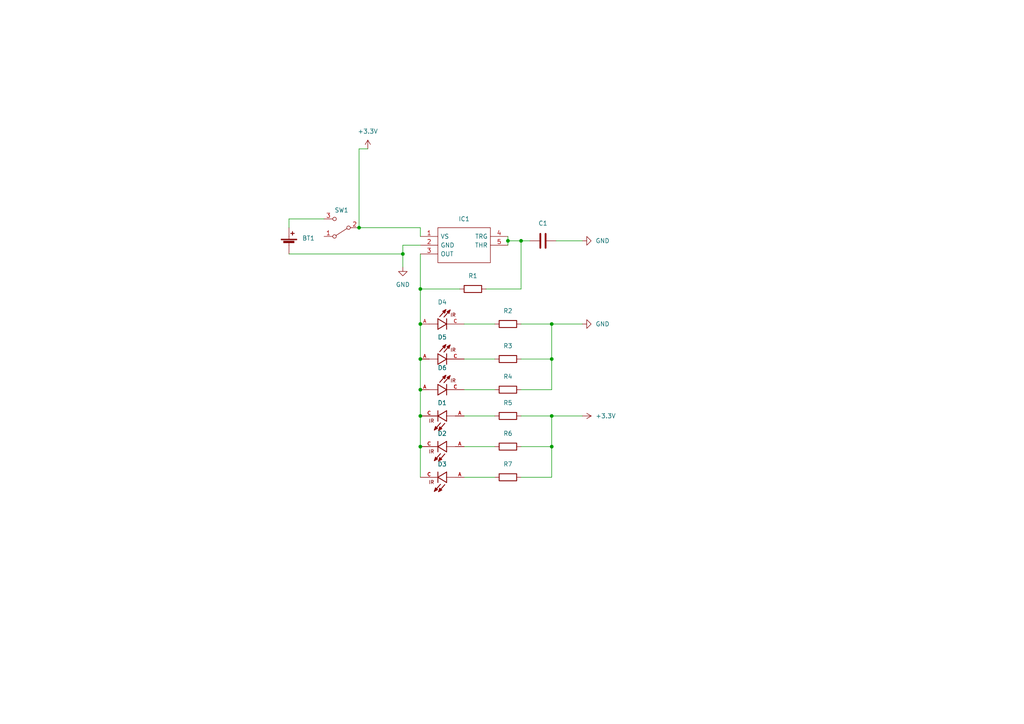
<source format=kicad_sch>
(kicad_sch (version 20211123) (generator eeschema)
  (paper "A4")
  (lib_symbols
    (symbol "Device:Battery_Cell" (pin_numbers hide) (pin_names (offset 0) hide)
      (property "Reference" "BT" (at 2.54 2.54 0))
      (property "Value" "Battery_Cell" (at 2.54 0 0))
      (symbol "Battery_Cell_0_1"
        (rectangle (start -2.286 1.778) (end 2.286 1.524) (fill (type outline)))
        (rectangle (start -1.5748 1.1938) (end 1.4732 0.6858) (fill (type outline)))
        (polyline (pts (xy 0 0.762) (xy 0 0)))
        (polyline (pts (xy 0 1.778) (xy 0 2.54)))
        (polyline (pts (xy 0.508 3.429) (xy 1.524 3.429)) (stroke (width 0.254)))
        (polyline (pts (xy 1.016 3.937) (xy 1.016 2.921)) (stroke (width 0.254)))
      )
      (symbol "Battery_Cell_1_1"
        (pin passive line (at 0 5.08 270) (length 2.54) (name "+") (number "1"))
        (pin passive line (at 0 -2.54 90) (length 2.54) (name "-") (number "2"))
      )
    )
    (symbol "Device:C" (pin_numbers hide) (pin_names (offset 0.254))
      (property "Reference" "C" (at 0.635 2.54 0))
      (property "Value" "C" (at 0.635 -2.54 0))
      (symbol "C_0_1"
        (polyline (pts (xy -2.032 -0.762) (xy 2.032 -0.762)) (stroke (width 0.508)))
        (polyline (pts (xy -2.032 0.762) (xy 2.032 0.762)) (stroke (width 0.508)))
      )
      (symbol "C_1_1"
        (pin passive line (at 0 3.81 270) (length 2.794) (name "~") (number "1"))
        (pin passive line (at 0 -3.81 90) (length 2.794) (name "~") (number "2"))
      )
    )
    (symbol "Device:R" (pin_numbers hide) (pin_names (offset 0))
      (property "Reference" "R" (at 2.032 0 90))
      (property "Value" "R" (at 0 0 90))
      (symbol "R_0_1"
        (rectangle (start -1.016 -2.54) (end 1.016 2.54) (stroke (width 0.254)))
      )
      (symbol "R_1_1"
        (pin passive line (at 0 3.81 270) (length 1.27) (name "~") (number "1"))
        (pin passive line (at 0 -3.81 90) (length 1.27) (name "~") (number "2"))
      )
    )
    (symbol "MIC1555YM5-TR:MIC1555YM5-TR" (pin_names (offset 0.762))
      (property "Reference" "IC" (at 21.59 7.62 0))
      (property "Value" "MIC1555YM5-TR" (at 21.59 5.08 0))
      (symbol "MIC1555YM5-TR_0_0"
        (pin passive line (at 0 0 0) (length 5.08) (name "VS") (number "1"))
        (pin passive line (at 0 -2.54 0) (length 5.08) (name "GND") (number "2"))
        (pin passive line (at 0 -5.08 0) (length 5.08) (name "OUT") (number "3"))
        (pin passive line (at 25.4 0 180) (length 5.08) (name "TRG") (number "4"))
        (pin passive line (at 25.4 -2.54 180) (length 5.08) (name "THR") (number "5"))
      )
      (symbol "MIC1555YM5-TR_0_1"
        (polyline (pts (xy 5.08 2.54) (xy 20.32 2.54) (xy 20.32 -7.62) (xy 5.08 -7.62) (xy 5.08 2.54)) (stroke (width 0.1524)))
      )
    )
    (symbol "Switch:SW_SPDT" (pin_names (offset 0) hide)
      (property "Reference" "SW" (at 0 4.318 0))
      (property "Value" "SW_SPDT" (at 0 -5.08 0))
      (symbol "SW_SPDT_0_0"
        (circle (center -2.032 0) (radius 0.508))
        (circle (center 2.032 -2.54) (radius 0.508))
      )
      (symbol "SW_SPDT_0_1"
        (polyline (pts (xy -1.524 0.254) (xy 1.651 2.286)))
        (circle (center 2.032 2.54) (radius 0.508))
      )
      (symbol "SW_SPDT_1_1"
        (pin passive line (at 5.08 2.54 180) (length 2.54) (name "A") (number "1"))
        (pin passive line (at -5.08 0 0) (length 2.54) (name "B") (number "2"))
        (pin passive line (at 5.08 -2.54 180) (length 2.54) (name "C") (number "3"))
      )
    )
    (symbol "VSMB294008RG:VSMB294008RG" (pin_names (offset 1.016))
      (property "Reference" "D" (at -3.556 4.826 0))
      (property "Value" "VSMB294008RG" (at -3.556 -3.302 0))
      (symbol "VSMB294008RG_0_0"
        (polyline (pts (xy -2.54 -1.524) (xy 0 0)) (stroke (width 0.254)))
        (polyline (pts (xy -2.54 0) (xy -5.08 0)) (stroke (width 0.1524)))
        (polyline (pts (xy -2.54 0) (xy -2.54 -1.524)) (stroke (width 0.254)))
        (polyline (pts (xy -2.54 1.524) (xy -2.54 0)) (stroke (width 0.254)))
        (polyline (pts (xy -1.1176 3.683) (xy -0.2286 4.1656)) (stroke (width 0.254)))
        (polyline (pts (xy -0.9398 3.6068) (xy -0.7112 3.7592)) (stroke (width 0.254)))
        (polyline (pts (xy -0.5588 3.2004) (xy -1.1176 3.683)) (stroke (width 0.254)))
        (polyline (pts (xy -0.5588 3.2004) (xy -0.5334 3.937)) (stroke (width 0.254)))
        (polyline (pts (xy -0.5334 3.937) (xy -0.6604 3.937)) (stroke (width 0.254)))
        (polyline (pts (xy -0.2286 4.1656) (xy -2.0066 2.1336)) (stroke (width 0.254)))
        (polyline (pts (xy -0.2286 4.1656) (xy -0.5588 3.2004)) (stroke (width 0.254)))
        (polyline (pts (xy 0 0) (xy -2.54 1.524)) (stroke (width 0.254)))
        (polyline (pts (xy 0 1.524) (xy 0 -1.524)) (stroke (width 0.254)))
        (polyline (pts (xy 0.127 3.5814) (xy 1.016 4.064)) (stroke (width 0.254)))
        (polyline (pts (xy 0.3048 3.5052) (xy 0.5334 3.6576)) (stroke (width 0.254)))
        (polyline (pts (xy 0.6858 3.0988) (xy 0.127 3.5814)) (stroke (width 0.254)))
        (polyline (pts (xy 0.6858 3.0988) (xy 0.7112 3.8354)) (stroke (width 0.254)))
        (polyline (pts (xy 0.7112 3.8354) (xy 0.5842 3.8354)) (stroke (width 0.254)))
        (polyline (pts (xy 1.016 4.064) (xy -0.762 2.032)) (stroke (width 0.254)))
        (polyline (pts (xy 1.016 4.064) (xy 0.6858 3.0988)) (stroke (width 0.254)))
        (text "IR" (at 1.016 2.032 0) (effects (font (size 1.016 1.016)) (justify left bottom)))
        (pin passive line (at -7.62 0 0) (length 2.54) (name "~") (number "A"))
        (pin passive line (at 5.08 0 180) (length 5.08) (name "~") (number "C"))
      )
    )
    (symbol "power:+3.3V" (power) (pin_names (offset 0))
      (property "Value" "+3.3V" (at 0 3.556 0))
      (symbol "+3.3V_0_1"
        (polyline (pts (xy -0.762 1.27) (xy 0 2.54)))
        (polyline (pts (xy 0 0) (xy 0 2.54)))
        (polyline (pts (xy 0 2.54) (xy 0.762 1.27)))
      )
      (symbol "+3.3V_1_1"
        (pin power_in line (at 0 0 90) (length 0) hide (name "+3.3V") (number "1"))
      )
    )
    (symbol "power:GND" (power) (pin_names (offset 0))
      (property "Value" "GND" (at 0 -3.81 0))
      (symbol "GND_0_1"
        (polyline (pts (xy 0 0) (xy 0 -1.27) (xy 1.27 -1.27) (xy 0 -2.54) (xy -1.27 -1.27) (xy 0 -1.27)))
      )
      (symbol "GND_1_1"
        (pin power_in line (at 0 0 270) (length 0) hide (name "GND") (number "1"))
      )
    )
  )
  (junction (at 121.92 120.65))
  (junction (at 121.92 83.82))
  (junction (at 121.92 129.54))
  (junction (at 116.84 73.66))
  (junction (at 121.92 104.14))
  (junction (at 160.02 129.54))
  (junction (at 121.92 93.98))
  (junction (at 151.13 69.85))
  (junction (at 121.92 113.03))
  (junction (at 160.02 120.65))
  (junction (at 160.02 93.98))
  (junction (at 104.14 66.04))
  (junction (at 160.02 104.14))
  (junction (at 147.32 69.85))
  (wire (pts (xy 160.02 104.14) (xy 160.02 93.98)))
  (wire (pts (xy 160.02 129.54) (xy 160.02 120.65)))
  (wire (pts (xy 104.14 66.04) (xy 121.92 66.04)))
  (wire (pts (xy 151.13 69.85) (xy 153.67 69.85)))
  (wire (pts (xy 121.92 71.12) (xy 116.84 71.12)))
  (wire (pts (xy 151.13 104.14) (xy 160.02 104.14)))
  (wire (pts (xy 104.14 66.04) (xy 104.14 43.18)))
  (wire (pts (xy 121.92 66.04) (xy 121.92 68.58)))
  (wire (pts (xy 121.92 120.65) (xy 121.92 129.54)))
  (wire (pts (xy 160.02 120.65) (xy 168.91 120.65)))
  (wire (pts (xy 161.29 69.85) (xy 168.91 69.85)))
  (wire (pts (xy 116.84 71.12) (xy 116.84 73.66)))
  (wire (pts (xy 151.13 138.43) (xy 160.02 138.43)))
  (wire (pts (xy 134.62 129.54) (xy 143.51 129.54)))
  (wire (pts (xy 151.13 120.65) (xy 160.02 120.65)))
  (wire (pts (xy 134.62 104.14) (xy 143.51 104.14)))
  (wire (pts (xy 121.92 129.54) (xy 121.92 138.43)))
  (wire (pts (xy 151.13 129.54) (xy 160.02 129.54)))
  (wire (pts (xy 147.32 68.58) (xy 147.32 69.85)))
  (wire (pts (xy 121.92 73.66) (xy 121.92 83.82)))
  (wire (pts (xy 151.13 93.98) (xy 160.02 93.98)))
  (wire (pts (xy 134.62 138.43) (xy 143.51 138.43)))
  (wire (pts (xy 147.32 69.85) (xy 147.32 71.12)))
  (wire (pts (xy 121.92 113.03) (xy 121.92 120.65)))
  (wire (pts (xy 160.02 93.98) (xy 168.91 93.98)))
  (wire (pts (xy 104.14 43.18) (xy 106.68 43.18)))
  (wire (pts (xy 151.13 83.82) (xy 140.97 83.82)))
  (wire (pts (xy 116.84 73.66) (xy 116.84 77.47)))
  (wire (pts (xy 83.82 63.5) (xy 83.82 66.04)))
  (wire (pts (xy 160.02 138.43) (xy 160.02 129.54)))
  (wire (pts (xy 121.92 83.82) (xy 133.35 83.82)))
  (wire (pts (xy 121.92 93.98) (xy 121.92 104.14)))
  (wire (pts (xy 121.92 83.82) (xy 121.92 93.98)))
  (wire (pts (xy 134.62 120.65) (xy 143.51 120.65)))
  (wire (pts (xy 83.82 73.66) (xy 116.84 73.66)))
  (wire (pts (xy 151.13 113.03) (xy 160.02 113.03)))
  (wire (pts (xy 160.02 113.03) (xy 160.02 104.14)))
  (wire (pts (xy 151.13 69.85) (xy 151.13 83.82)))
  (wire (pts (xy 134.62 93.98) (xy 143.51 93.98)))
  (wire (pts (xy 93.98 63.5) (xy 83.82 63.5)))
  (wire (pts (xy 134.62 113.03) (xy 143.51 113.03)))
  (wire (pts (xy 121.92 104.14) (xy 121.92 113.03)))
  (wire (pts (xy 147.32 69.85) (xy 151.13 69.85)))
  (symbol (lib_id "Device:R") (at 147.32 93.98 90) (unit 1)
    (property "Reference" "R2" (at 147.32 90.17 90))
    (property "Value" "R" (effects hide))
    (property "Footprint" "Resistor_SMD:R_0603_1608Metric" (effects hide))
  )
  (symbol (lib_id "Switch:SW_SPDT") (at 99.06 66.04 180) (unit 1)
    (property "Reference" "SW1" (at 99.06 60.96 0))
    (property "Value" "SW_SPDT" (effects hide))
    (property "Footprint" "Button_Switch_SMD:SW_SPDT_PCM12" (effects hide))
  )
  (symbol (lib_id "VSMB294008RG:VSMB294008RG") (at 129.54 104.14 0) (unit 1)
    (property "Reference" "D5" (at 128.2833 97.79 0))
    (property "Value" "VSMB294008RG" (effects hide))
    (property "Footprint" "VSMB294008RG (1):DIO_VSMB294008RG" (effects hide))
    (property "MAXIMUM_PACKAGE_HEIGHT" "1.6mm" (effects hide))
    (property "MANUFACTURER" "Vishay" (effects hide))
    (property "PARTREV" "1.1" (effects hide))
    (property "STANDARD" "Manufacturer Recommendation" (effects hide))
  )
  (symbol (lib_id "VSMB294008RG:VSMB294008RG") (at 127 120.65 180) (unit 1)
    (property "Reference" "D1" (at 128.2567 116.84 0))
    (property "Value" "VSMB294008RG" (effects hide))
    (property "Footprint" "VSMB294008RG (1):DIO_VSMB294008RG" (effects hide))
    (property "MAXIMUM_PACKAGE_HEIGHT" "1.6mm" (effects hide))
    (property "MANUFACTURER" "Vishay" (effects hide))
    (property "PARTREV" "1.1" (effects hide))
    (property "STANDARD" "Manufacturer Recommendation" (effects hide))
  )
  (symbol (lib_id "power:+3.3V") (at 168.91 120.65 270) (unit 1)
    (property "Reference" "#PWR0105" (effects hide))
    (property "Value" "+3.3V" (at 172.72 120.6499 90) (effects (justify left)))
  )
  (symbol (lib_id "Device:R") (at 147.32 104.14 90) (unit 1)
    (property "Reference" "R3" (at 147.32 100.33 90))
    (property "Value" "R" (effects hide))
    (property "Footprint" "Resistor_SMD:R_0603_1608Metric" (effects hide))
  )
  (symbol (lib_id "Device:R") (at 147.32 113.03 90) (unit 1)
    (property "Reference" "R4" (at 147.32 109.22 90))
    (property "Value" "R" (effects hide))
    (property "Footprint" "Resistor_SMD:R_0603_1608Metric" (effects hide))
  )
  (symbol (lib_id "power:GND") (at 168.91 93.98 90) (unit 1)
    (property "Reference" "#PWR0104" (effects hide))
    (property "Value" "GND" (at 172.72 93.9799 90) (effects (justify right)))
  )
  (symbol (lib_id "Device:R") (at 147.32 129.54 90) (unit 1)
    (property "Reference" "R6" (at 147.32 125.73 90))
    (property "Value" "R" (effects hide))
    (property "Footprint" "Resistor_SMD:R_0603_1608Metric" (effects hide))
  )
  (symbol (lib_id "Device:Battery_Cell") (at 83.82 71.12 0) (unit 1)
    (property "Reference" "BT1" (at 87.63 69.0879 0) (effects (justify left)))
    (property "Value" "Battery_Cell" (effects hide))
    (property "Footprint" "Battery:BatteryHolder_Keystone_3034_1x20mm" (effects hide))
  )
  (symbol (lib_id "power:GND") (at 168.91 69.85 90) (unit 1)
    (property "Reference" "#PWR0102" (effects hide))
    (property "Value" "GND" (at 172.72 69.8499 90) (effects (justify right)))
  )
  (symbol (lib_id "MIC1555YM5-TR:MIC1555YM5-TR") (at 121.92 68.58 0) (unit 1)
    (property "Reference" "IC1" (at 134.62 63.5 0))
    (property "Value" "MIC1555YM5-TR" (effects hide))
    (property "Footprint" "MIC1555YM5-TR:SOT95P280X145-5N" (effects hide))
    (property "Datasheet" "http://ww1.microchip.com/downloads/en/DeviceDoc/20005730A.pdf" (effects hide))
    (property "Description" "Standard Timer Single, Oscillator 5MHz" (effects hide))
    (property "Height" "1.45" (effects hide))
    (property "Mouser Part Number" "998-MIC1555YM5TR" (effects hide))
    (property "Mouser Price/Stock" "https://www.mouser.co.uk/ProductDetail/Microchip-Technology-Atmel/MIC1555YM5-TR?qs=Y3Q3JoKAO1QTQn1YTyJaSg%3D%3D" (effects hide))
    (property "Manufacturer_Name" "Microchip" (effects hide))
    (property "Manufacturer_Part_Number" "MIC1555YM5-TR" (effects hide))
  )
  (symbol (lib_id "VSMB294008RG:VSMB294008RG") (at 127 138.43 180) (unit 1)
    (property "Reference" "D3" (at 128.2567 134.62 0))
    (property "Value" "VSMB294008RG" (effects hide))
    (property "Footprint" "VSMB294008RG (1):DIO_VSMB294008RG" (effects hide))
    (property "MAXIMUM_PACKAGE_HEIGHT" "1.6mm" (effects hide))
    (property "MANUFACTURER" "Vishay" (effects hide))
    (property "PARTREV" "1.1" (effects hide))
    (property "STANDARD" "Manufacturer Recommendation" (effects hide))
  )
  (symbol (lib_id "power:+3.3V") (at 106.68 43.18 0) (unit 1)
    (property "Reference" "#PWR0103" (effects hide))
    (property "Value" "+3.3V" (at 106.68 38.1 0))
  )
  (symbol (lib_id "power:GND") (at 116.84 77.47 0) (unit 1)
    (property "Reference" "#PWR0101" (effects hide))
    (property "Value" "GND" (at 116.84 82.55 0))
  )
  (symbol (lib_id "Device:R") (at 137.16 83.82 90) (unit 1)
    (property "Reference" "R1" (at 137.16 80.01 90))
    (property "Value" "R" (effects hide))
    (property "Footprint" "Resistor_SMD:R_0603_1608Metric" (effects hide))
  )
  (symbol (lib_id "VSMB294008RG:VSMB294008RG") (at 129.54 113.03 0) (unit 1)
    (property "Reference" "D6" (at 128.2833 106.68 0))
    (property "Value" "VSMB294008RG" (effects hide))
    (property "Footprint" "VSMB294008RG (1):DIO_VSMB294008RG" (effects hide))
    (property "MAXIMUM_PACKAGE_HEIGHT" "1.6mm" (effects hide))
    (property "MANUFACTURER" "Vishay" (effects hide))
    (property "PARTREV" "1.1" (effects hide))
    (property "STANDARD" "Manufacturer Recommendation" (effects hide))
  )
  (symbol (lib_id "VSMB294008RG:VSMB294008RG") (at 129.54 93.98 0) (unit 1)
    (property "Reference" "D4" (at 128.2833 87.63 0))
    (property "Value" "VSMB294008RG" (effects hide))
    (property "Footprint" "VSMB294008RG (1):DIO_VSMB294008RG" (effects hide))
    (property "MAXIMUM_PACKAGE_HEIGHT" "1.6mm" (effects hide))
    (property "MANUFACTURER" "Vishay" (effects hide))
    (property "PARTREV" "1.1" (effects hide))
    (property "STANDARD" "Manufacturer Recommendation" (effects hide))
  )
  (symbol (lib_id "Device:R") (at 147.32 138.43 90) (unit 1)
    (property "Reference" "R7" (at 147.32 134.62 90))
    (property "Value" "R" (effects hide))
    (property "Footprint" "Resistor_SMD:R_0603_1608Metric" (effects hide))
  )
  (symbol (lib_id "VSMB294008RG:VSMB294008RG") (at 127 129.54 180) (unit 1)
    (property "Reference" "D2" (at 128.2567 125.73 0))
    (property "Value" "VSMB294008RG" (effects hide))
    (property "Footprint" "VSMB294008RG (1):DIO_VSMB294008RG" (effects hide))
    (property "MAXIMUM_PACKAGE_HEIGHT" "1.6mm" (effects hide))
    (property "MANUFACTURER" "Vishay" (effects hide))
    (property "PARTREV" "1.1" (effects hide))
    (property "STANDARD" "Manufacturer Recommendation" (effects hide))
  )
  (symbol (lib_id "Device:C") (at 157.48 69.85 90) (unit 1)
    (property "Reference" "C1" (at 157.48 64.77 90))
    (property "Value" "C" (effects hide))
    (property "Footprint" "Capacitor_SMD:C_0201_0603Metric" (effects hide))
  )
  (symbol (lib_id "Device:R") (at 147.32 120.65 90) (unit 1)
    (property "Reference" "R5" (at 147.32 116.84 90))
    (property "Value" "R" (effects hide))
    (property "Footprint" "Resistor_SMD:R_0603_1608Metric" (effects hide))
  )
)
</source>
